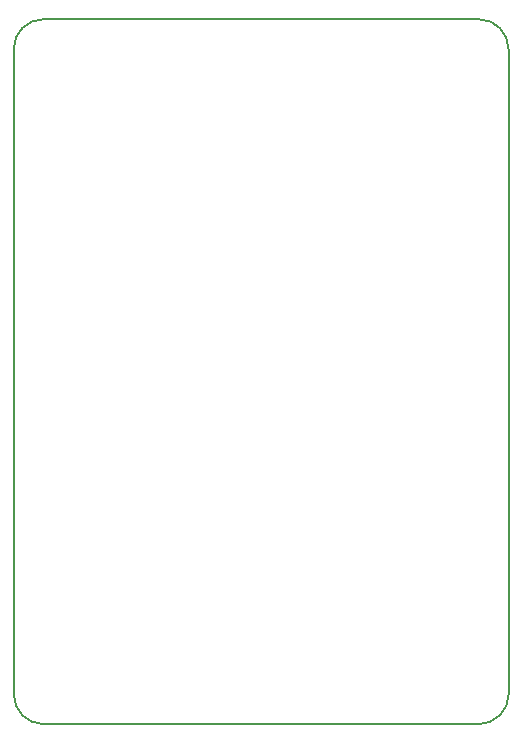
<source format=gm1>
G04 #@! TF.GenerationSoftware,KiCad,Pcbnew,8.0.1*
G04 #@! TF.CreationDate,2024-07-15T10:08:49+02:00*
G04 #@! TF.ProjectId,RGB 2x2 with WS2811,52474220-3278-4322-9077-697468205753,rev?*
G04 #@! TF.SameCoordinates,Original*
G04 #@! TF.FileFunction,Profile,NP*
%FSLAX46Y46*%
G04 Gerber Fmt 4.6, Leading zero omitted, Abs format (unit mm)*
G04 Created by KiCad (PCBNEW 8.0.1) date 2024-07-15 10:08:49*
%MOMM*%
%LPD*%
G01*
G04 APERTURE LIST*
G04 #@! TA.AperFunction,Profile*
%ADD10C,0.200000*%
G04 #@! TD*
G04 APERTURE END LIST*
D10*
X120143270Y-36180489D02*
X156973267Y-36180490D01*
X117603269Y-93330489D02*
X117603269Y-38720489D01*
X117603269Y-38720489D02*
G75*
G02*
X120143270Y-36180469I2540031J-11D01*
G01*
X120143270Y-95870489D02*
G75*
G02*
X117603311Y-93330489I30J2539989D01*
G01*
X159513268Y-38720490D02*
X159513267Y-93330491D01*
X159513267Y-93330491D02*
G75*
G02*
X156973266Y-95870467I-2539967J-9D01*
G01*
X156973265Y-95870491D02*
X120143268Y-95870490D01*
X156973267Y-36180490D02*
G75*
G02*
X159513310Y-38720490I33J-2540010D01*
G01*
M02*

</source>
